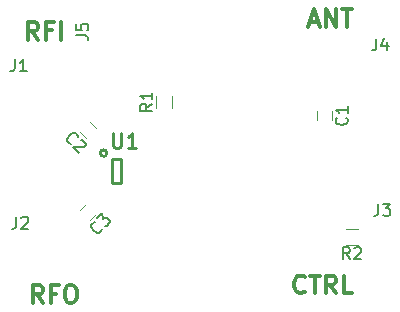
<source format=gbr>
%TF.GenerationSoftware,KiCad,Pcbnew,(2017-10-17 revision 537804b)-master*%
%TF.CreationDate,2018-07-22T22:04:20+10:00*%
%TF.ProjectId,rf_matching,72665F6D61746368696E672E6B696361,rev?*%
%TF.SameCoordinates,PX92c53e0PY691e668*%
%TF.FileFunction,Legend,Top*%
%TF.FilePolarity,Positive*%
%FSLAX46Y46*%
G04 Gerber Fmt 4.6, Leading zero omitted, Abs format (unit mm)*
G04 Created by KiCad (PCBNEW (2017-10-17 revision 537804b)-master) date Sunday, 22 July 2018 'PMt' 22:04:20*
%MOMM*%
%LPD*%
G01*
G04 APERTURE LIST*
%ADD10C,0.300000*%
%ADD11C,0.254000*%
%ADD12C,0.120000*%
%ADD13C,0.150000*%
G04 APERTURE END LIST*
D10*
X31910714Y6239286D02*
X31839285Y6167858D01*
X31625000Y6096429D01*
X31482142Y6096429D01*
X31267857Y6167858D01*
X31125000Y6310715D01*
X31053571Y6453572D01*
X30982142Y6739286D01*
X30982142Y6953572D01*
X31053571Y7239286D01*
X31125000Y7382143D01*
X31267857Y7525000D01*
X31482142Y7596429D01*
X31625000Y7596429D01*
X31839285Y7525000D01*
X31910714Y7453572D01*
X32339285Y7596429D02*
X33196428Y7596429D01*
X32767857Y6096429D02*
X32767857Y7596429D01*
X34553571Y6096429D02*
X34053571Y6810715D01*
X33696428Y6096429D02*
X33696428Y7596429D01*
X34267857Y7596429D01*
X34410714Y7525000D01*
X34482142Y7453572D01*
X34553571Y7310715D01*
X34553571Y7096429D01*
X34482142Y6953572D01*
X34410714Y6882143D01*
X34267857Y6810715D01*
X33696428Y6810715D01*
X35910714Y6096429D02*
X35196428Y6096429D01*
X35196428Y7596429D01*
X32310714Y29100000D02*
X33025000Y29100000D01*
X32167857Y28671429D02*
X32667857Y30171429D01*
X33167857Y28671429D01*
X33667857Y28671429D02*
X33667857Y30171429D01*
X34525000Y28671429D01*
X34525000Y30171429D01*
X35025000Y30171429D02*
X35882142Y30171429D01*
X35453571Y28671429D02*
X35453571Y30171429D01*
X9339285Y27571429D02*
X8839285Y28285715D01*
X8482142Y27571429D02*
X8482142Y29071429D01*
X9053571Y29071429D01*
X9196428Y29000000D01*
X9267857Y28928572D01*
X9339285Y28785715D01*
X9339285Y28571429D01*
X9267857Y28428572D01*
X9196428Y28357143D01*
X9053571Y28285715D01*
X8482142Y28285715D01*
X10482142Y28357143D02*
X9982142Y28357143D01*
X9982142Y27571429D02*
X9982142Y29071429D01*
X10696428Y29071429D01*
X11267857Y27571429D02*
X11267857Y29071429D01*
X9735714Y5296429D02*
X9235714Y6010715D01*
X8878571Y5296429D02*
X8878571Y6796429D01*
X9450000Y6796429D01*
X9592857Y6725000D01*
X9664285Y6653572D01*
X9735714Y6510715D01*
X9735714Y6296429D01*
X9664285Y6153572D01*
X9592857Y6082143D01*
X9450000Y6010715D01*
X8878571Y6010715D01*
X10878571Y6082143D02*
X10378571Y6082143D01*
X10378571Y5296429D02*
X10378571Y6796429D01*
X11092857Y6796429D01*
X11950000Y6796429D02*
X12235714Y6796429D01*
X12378571Y6725000D01*
X12521428Y6582143D01*
X12592857Y6296429D01*
X12592857Y5796429D01*
X12521428Y5510715D01*
X12378571Y5367858D01*
X12235714Y5296429D01*
X11950000Y5296429D01*
X11807142Y5367858D01*
X11664285Y5510715D01*
X11592857Y5796429D01*
X11592857Y6296429D01*
X11664285Y6582143D01*
X11807142Y6725000D01*
X11950000Y6796429D01*
D11*
%TO.C,U1*%
X16375000Y15475000D02*
X16375000Y17475000D01*
X16375000Y17475000D02*
X15575000Y17475000D01*
X15575000Y17475000D02*
X15575000Y15475000D01*
X15575000Y15475000D02*
X16375000Y15475000D01*
X15157843Y17975000D02*
G75*
G03X15157843Y17975000I-282843J0D01*
G01*
D12*
%TO.C,R1*%
X19295000Y21800000D02*
X19295000Y22800000D01*
X20655000Y22800000D02*
X20655000Y21800000D01*
%TO.C,R2*%
X35400000Y11580000D02*
X36400000Y11580000D01*
X36400000Y10220000D02*
X35400000Y10220000D01*
%TO.C,C1*%
X32975000Y20800000D02*
X32975000Y21500000D01*
X34175000Y21500000D02*
X34175000Y20800000D01*
%TO.C,C2*%
X13751777Y20621751D02*
X14246751Y20126777D01*
X13398223Y19278249D02*
X12903249Y19773223D01*
%TO.C,C3*%
X14221751Y12823223D02*
X13726777Y12328249D01*
X12878249Y13176777D02*
X13373223Y13671751D01*
%TO.C,J1*%
D13*
X7366666Y25897620D02*
X7366666Y25183334D01*
X7319047Y25040477D01*
X7223809Y24945239D01*
X7080952Y24897620D01*
X6985714Y24897620D01*
X8366666Y24897620D02*
X7795238Y24897620D01*
X8080952Y24897620D02*
X8080952Y25897620D01*
X7985714Y25754762D01*
X7890476Y25659524D01*
X7795238Y25611905D01*
%TO.C,J2*%
X7491666Y12572620D02*
X7491666Y11858334D01*
X7444047Y11715477D01*
X7348809Y11620239D01*
X7205952Y11572620D01*
X7110714Y11572620D01*
X7920238Y12477381D02*
X7967857Y12525000D01*
X8063095Y12572620D01*
X8301190Y12572620D01*
X8396428Y12525000D01*
X8444047Y12477381D01*
X8491666Y12382143D01*
X8491666Y12286905D01*
X8444047Y12144048D01*
X7872619Y11572620D01*
X8491666Y11572620D01*
%TO.C,J3*%
X38141666Y13672620D02*
X38141666Y12958334D01*
X38094047Y12815477D01*
X37998809Y12720239D01*
X37855952Y12672620D01*
X37760714Y12672620D01*
X38522619Y13672620D02*
X39141666Y13672620D01*
X38808333Y13291667D01*
X38951190Y13291667D01*
X39046428Y13244048D01*
X39094047Y13196429D01*
X39141666Y13101191D01*
X39141666Y12863096D01*
X39094047Y12767858D01*
X39046428Y12720239D01*
X38951190Y12672620D01*
X38665476Y12672620D01*
X38570238Y12720239D01*
X38522619Y12767858D01*
%TO.C,J4*%
X37966666Y27672620D02*
X37966666Y26958334D01*
X37919047Y26815477D01*
X37823809Y26720239D01*
X37680952Y26672620D01*
X37585714Y26672620D01*
X38871428Y27339286D02*
X38871428Y26672620D01*
X38633333Y27720239D02*
X38395238Y27005953D01*
X39014285Y27005953D01*
%TO.C,U1*%
D11*
X15642380Y19710477D02*
X15642380Y18682381D01*
X15702857Y18561429D01*
X15763333Y18500953D01*
X15884285Y18440477D01*
X16126190Y18440477D01*
X16247142Y18500953D01*
X16307619Y18561429D01*
X16368095Y18682381D01*
X16368095Y19710477D01*
X17638095Y18440477D02*
X16912380Y18440477D01*
X17275238Y18440477D02*
X17275238Y19710477D01*
X17154285Y19529048D01*
X17033333Y19408096D01*
X16912380Y19347620D01*
%TO.C,J5*%
D13*
X12567380Y27936667D02*
X13281666Y27936667D01*
X13424523Y27889048D01*
X13519761Y27793810D01*
X13567380Y27650953D01*
X13567380Y27555715D01*
X12567380Y28889048D02*
X12567380Y28412858D01*
X13043571Y28365239D01*
X12995952Y28412858D01*
X12948333Y28508096D01*
X12948333Y28746191D01*
X12995952Y28841429D01*
X13043571Y28889048D01*
X13138809Y28936667D01*
X13376904Y28936667D01*
X13472142Y28889048D01*
X13519761Y28841429D01*
X13567380Y28746191D01*
X13567380Y28508096D01*
X13519761Y28412858D01*
X13472142Y28365239D01*
%TO.C,R1*%
X18977380Y22133334D02*
X18501190Y21800000D01*
X18977380Y21561905D02*
X17977380Y21561905D01*
X17977380Y21942858D01*
X18025000Y22038096D01*
X18072619Y22085715D01*
X18167857Y22133334D01*
X18310714Y22133334D01*
X18405952Y22085715D01*
X18453571Y22038096D01*
X18501190Y21942858D01*
X18501190Y21561905D01*
X18977380Y23085715D02*
X18977380Y22514286D01*
X18977380Y22800000D02*
X17977380Y22800000D01*
X18120238Y22704762D01*
X18215476Y22609524D01*
X18263095Y22514286D01*
%TO.C,R2*%
X35733333Y8997620D02*
X35400000Y9473810D01*
X35161904Y8997620D02*
X35161904Y9997620D01*
X35542857Y9997620D01*
X35638095Y9950000D01*
X35685714Y9902381D01*
X35733333Y9807143D01*
X35733333Y9664286D01*
X35685714Y9569048D01*
X35638095Y9521429D01*
X35542857Y9473810D01*
X35161904Y9473810D01*
X36114285Y9902381D02*
X36161904Y9950000D01*
X36257142Y9997620D01*
X36495238Y9997620D01*
X36590476Y9950000D01*
X36638095Y9902381D01*
X36685714Y9807143D01*
X36685714Y9711905D01*
X36638095Y9569048D01*
X36066666Y8997620D01*
X36685714Y8997620D01*
%TO.C,C1*%
X35432142Y20983334D02*
X35479761Y20935715D01*
X35527380Y20792858D01*
X35527380Y20697620D01*
X35479761Y20554762D01*
X35384523Y20459524D01*
X35289285Y20411905D01*
X35098809Y20364286D01*
X34955952Y20364286D01*
X34765476Y20411905D01*
X34670238Y20459524D01*
X34575000Y20554762D01*
X34527380Y20697620D01*
X34527380Y20792858D01*
X34575000Y20935715D01*
X34622619Y20983334D01*
X35527380Y21935715D02*
X35527380Y21364286D01*
X35527380Y21650000D02*
X34527380Y21650000D01*
X34670238Y21554762D01*
X34765476Y21459524D01*
X34813095Y21364286D01*
%TO.C,C2*%
X12143950Y18754653D02*
X12076607Y18754653D01*
X11941920Y18821997D01*
X11874576Y18889340D01*
X11807233Y19024028D01*
X11807233Y19158715D01*
X11840904Y19259730D01*
X11941920Y19428089D01*
X12042935Y19529104D01*
X12211294Y19630119D01*
X12312309Y19663791D01*
X12446996Y19663791D01*
X12581683Y19596447D01*
X12649027Y19529104D01*
X12716370Y19394417D01*
X12716370Y19327073D01*
X12985744Y19057699D02*
X13053088Y19057699D01*
X13154103Y19024028D01*
X13322462Y18855669D01*
X13356133Y18754653D01*
X13356133Y18687310D01*
X13322462Y18586295D01*
X13255118Y18518951D01*
X13120431Y18451608D01*
X12312309Y18451608D01*
X12750042Y18013875D01*
%TO.C,C3*%
X14745347Y11568951D02*
X14745347Y11501608D01*
X14678003Y11366921D01*
X14610660Y11299577D01*
X14475972Y11232234D01*
X14341285Y11232234D01*
X14240270Y11265905D01*
X14071911Y11366921D01*
X13970896Y11467936D01*
X13869881Y11636295D01*
X13836209Y11737310D01*
X13836209Y11871997D01*
X13903553Y12006684D01*
X13970896Y12074028D01*
X14105583Y12141371D01*
X14172927Y12141371D01*
X14341285Y12444417D02*
X14779018Y12882150D01*
X14812690Y12377073D01*
X14913705Y12478089D01*
X15014721Y12511760D01*
X15082064Y12511760D01*
X15183079Y12478089D01*
X15351438Y12309730D01*
X15385110Y12208715D01*
X15385110Y12141371D01*
X15351438Y12040356D01*
X15149408Y11838325D01*
X15048392Y11804653D01*
X14981049Y11804653D01*
%TD*%
M02*

</source>
